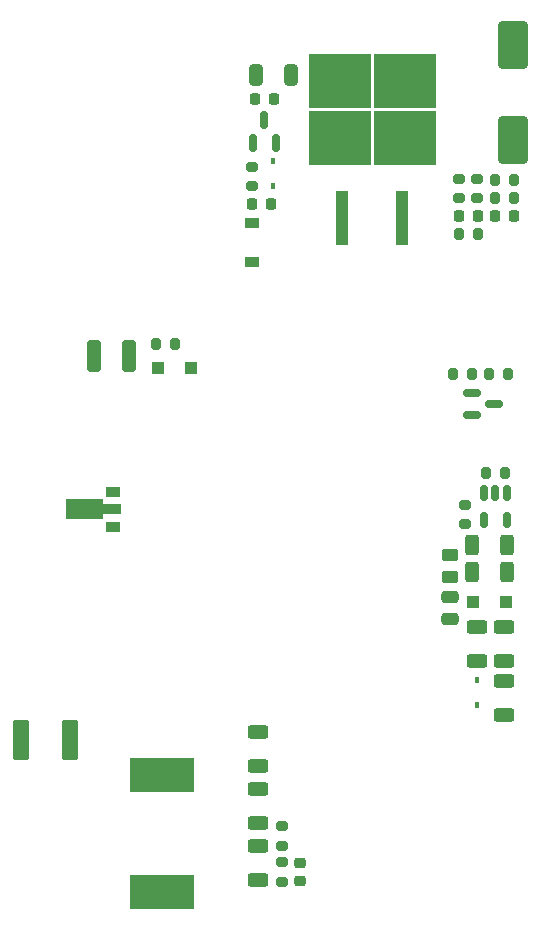
<source format=gbr>
%TF.GenerationSoftware,KiCad,Pcbnew,7.99.0-950-gc4668c1d3a-dirty*%
%TF.CreationDate,2023-06-21T04:13:59+08:00*%
%TF.ProjectId,LightningReed,4c696768-746e-4696-9e67-526565642e6b,rev?*%
%TF.SameCoordinates,Original*%
%TF.FileFunction,Paste,Top*%
%TF.FilePolarity,Positive*%
%FSLAX46Y46*%
G04 Gerber Fmt 4.6, Leading zero omitted, Abs format (unit mm)*
G04 Created by KiCad (PCBNEW 7.99.0-950-gc4668c1d3a-dirty) date 2023-06-21 04:13:59*
%MOMM*%
%LPD*%
G01*
G04 APERTURE LIST*
G04 Aperture macros list*
%AMRoundRect*
0 Rectangle with rounded corners*
0 $1 Rounding radius*
0 $2 $3 $4 $5 $6 $7 $8 $9 X,Y pos of 4 corners*
0 Add a 4 corners polygon primitive as box body*
4,1,4,$2,$3,$4,$5,$6,$7,$8,$9,$2,$3,0*
0 Add four circle primitives for the rounded corners*
1,1,$1+$1,$2,$3*
1,1,$1+$1,$4,$5*
1,1,$1+$1,$6,$7*
1,1,$1+$1,$8,$9*
0 Add four rect primitives between the rounded corners*
20,1,$1+$1,$2,$3,$4,$5,0*
20,1,$1+$1,$4,$5,$6,$7,0*
20,1,$1+$1,$6,$7,$8,$9,0*
20,1,$1+$1,$8,$9,$2,$3,0*%
%AMFreePoly0*
4,1,9,3.862500,-0.866500,0.737500,-0.866500,0.737500,-0.450000,-0.737500,-0.450000,-0.737500,0.450000,0.737500,0.450000,0.737500,0.866500,3.862500,0.866500,3.862500,-0.866500,3.862500,-0.866500,$1*%
G04 Aperture macros list end*
%ADD10R,1.100000X1.100000*%
%ADD11R,1.100000X4.600000*%
%ADD12R,5.250000X4.550000*%
%ADD13RoundRect,0.250000X1.000000X-1.750000X1.000000X1.750000X-1.000000X1.750000X-1.000000X-1.750000X0*%
%ADD14RoundRect,0.200000X0.275000X-0.200000X0.275000X0.200000X-0.275000X0.200000X-0.275000X-0.200000X0*%
%ADD15RoundRect,0.200000X-0.275000X0.200000X-0.275000X-0.200000X0.275000X-0.200000X0.275000X0.200000X0*%
%ADD16RoundRect,0.250000X-0.625000X0.312500X-0.625000X-0.312500X0.625000X-0.312500X0.625000X0.312500X0*%
%ADD17RoundRect,0.200000X-0.200000X-0.275000X0.200000X-0.275000X0.200000X0.275000X-0.200000X0.275000X0*%
%ADD18RoundRect,0.225000X-0.250000X0.225000X-0.250000X-0.225000X0.250000X-0.225000X0.250000X0.225000X0*%
%ADD19RoundRect,0.250000X-0.450000X0.262500X-0.450000X-0.262500X0.450000X-0.262500X0.450000X0.262500X0*%
%ADD20R,1.200000X0.900000*%
%ADD21RoundRect,0.250000X0.312500X0.625000X-0.312500X0.625000X-0.312500X-0.625000X0.312500X-0.625000X0*%
%ADD22RoundRect,0.150000X-0.150000X0.512500X-0.150000X-0.512500X0.150000X-0.512500X0.150000X0.512500X0*%
%ADD23RoundRect,0.250000X0.325000X0.650000X-0.325000X0.650000X-0.325000X-0.650000X0.325000X-0.650000X0*%
%ADD24R,5.400000X2.900000*%
%ADD25RoundRect,0.250000X0.625000X-0.312500X0.625000X0.312500X-0.625000X0.312500X-0.625000X-0.312500X0*%
%ADD26RoundRect,0.225000X-0.225000X-0.250000X0.225000X-0.250000X0.225000X0.250000X-0.225000X0.250000X0*%
%ADD27RoundRect,0.150000X-0.587500X-0.150000X0.587500X-0.150000X0.587500X0.150000X-0.587500X0.150000X0*%
%ADD28RoundRect,0.200000X0.200000X0.275000X-0.200000X0.275000X-0.200000X-0.275000X0.200000X-0.275000X0*%
%ADD29RoundRect,0.225000X0.225000X0.250000X-0.225000X0.250000X-0.225000X-0.250000X0.225000X-0.250000X0*%
%ADD30RoundRect,0.250000X-0.475000X0.250000X-0.475000X-0.250000X0.475000X-0.250000X0.475000X0.250000X0*%
%ADD31RoundRect,0.250000X-0.312500X-0.625000X0.312500X-0.625000X0.312500X0.625000X-0.312500X0.625000X0*%
%ADD32R,1.300000X0.900000*%
%ADD33FreePoly0,180.000000*%
%ADD34R,0.450000X0.600000*%
%ADD35RoundRect,0.249999X-0.450001X-1.450001X0.450001X-1.450001X0.450001X1.450001X-0.450001X1.450001X0*%
%ADD36RoundRect,0.150000X0.150000X-0.587500X0.150000X0.587500X-0.150000X0.587500X-0.150000X-0.587500X0*%
%ADD37RoundRect,0.250000X-0.325000X-1.100000X0.325000X-1.100000X0.325000X1.100000X-0.325000X1.100000X0*%
G04 APERTURE END LIST*
D10*
%TO.C,D5*%
X145920000Y-123190000D03*
X148720000Y-123190000D03*
%TD*%
D11*
%TO.C,Q12*%
X139954000Y-90635000D03*
X134874000Y-90635000D03*
D12*
X140189000Y-79060000D03*
X134639000Y-79060000D03*
X140189000Y-83910000D03*
X134639000Y-83910000D03*
%TD*%
D13*
%TO.C,C43*%
X149352000Y-76034000D03*
X149352000Y-84034000D03*
%TD*%
D14*
%TO.C,R55*%
X146304000Y-87337000D03*
X146304000Y-88987000D03*
%TD*%
D15*
%TO.C,R16*%
X145288000Y-114936000D03*
X145288000Y-116586000D03*
%TD*%
D16*
%TO.C,R23*%
X146304000Y-125283500D03*
X146304000Y-128208500D03*
%TD*%
D17*
%TO.C,R53*%
X147257000Y-103886000D03*
X148907000Y-103886000D03*
%TD*%
D18*
%TO.C,C9*%
X131318000Y-145275000D03*
X131318000Y-146825000D03*
%TD*%
D19*
%TO.C,R25*%
X144018000Y-119229500D03*
X144018000Y-121054500D03*
%TD*%
D20*
%TO.C,D15*%
X127254000Y-94384000D03*
X127254000Y-91084000D03*
%TD*%
D21*
%TO.C,R24*%
X148782500Y-120650000D03*
X145857500Y-120650000D03*
%TD*%
D22*
%TO.C,U3*%
X148778000Y-113924500D03*
X147828000Y-113924500D03*
X146878000Y-113924500D03*
X146878000Y-116199500D03*
X148778000Y-116199500D03*
%TD*%
D14*
%TO.C,R56*%
X144780000Y-87337000D03*
X144780000Y-88987000D03*
%TD*%
D23*
%TO.C,C42*%
X127557000Y-78510000D03*
X130507000Y-78510000D03*
%TD*%
D24*
%TO.C,L4*%
X119634000Y-137798000D03*
X119634000Y-147698000D03*
%TD*%
D25*
%TO.C,R22*%
X148590000Y-128208500D03*
X148590000Y-125283500D03*
%TD*%
D15*
%TO.C,R63*%
X127254000Y-87971000D03*
X127254000Y-86321000D03*
%TD*%
D26*
%TO.C,C37*%
X149378000Y-90448000D03*
X147828000Y-90448000D03*
%TD*%
D17*
%TO.C,R54*%
X149415000Y-87400000D03*
X147765000Y-87400000D03*
%TD*%
D27*
%TO.C,Q11*%
X145874500Y-105476000D03*
X145874500Y-107376000D03*
X147749500Y-106426000D03*
%TD*%
D28*
%TO.C,R18*%
X148653000Y-112268000D03*
X147003000Y-112268000D03*
%TD*%
%TO.C,R58*%
X147765000Y-88924000D03*
X149415000Y-88924000D03*
%TD*%
D29*
%TO.C,C46*%
X127495000Y-80542000D03*
X129045000Y-80542000D03*
%TD*%
D17*
%TO.C,R52*%
X144209000Y-103886000D03*
X145859000Y-103886000D03*
%TD*%
D30*
%TO.C,C16*%
X144018000Y-122748000D03*
X144018000Y-124648000D03*
%TD*%
D31*
%TO.C,R20*%
X145857500Y-118364000D03*
X148782500Y-118364000D03*
%TD*%
D32*
%TO.C,U6*%
X115442000Y-116816000D03*
D33*
X115354500Y-115316000D03*
D32*
X115442000Y-113816000D03*
%TD*%
D29*
%TO.C,C35*%
X144767000Y-90448000D03*
X146317000Y-90448000D03*
%TD*%
D34*
%TO.C,D16*%
X129032000Y-87942000D03*
X129032000Y-85842000D03*
%TD*%
D25*
%TO.C,R10*%
X127762000Y-137098500D03*
X127762000Y-134173500D03*
%TD*%
D34*
%TO.C,D4*%
X146304000Y-131860000D03*
X146304000Y-129760000D03*
%TD*%
D25*
%TO.C,R12*%
X127762000Y-146750500D03*
X127762000Y-143825500D03*
%TD*%
D35*
%TO.C,C3*%
X107678000Y-134874000D03*
X111778000Y-134874000D03*
%TD*%
D15*
%TO.C,R13*%
X129794000Y-145225000D03*
X129794000Y-146875000D03*
%TD*%
D28*
%TO.C,R57*%
X144717000Y-91972000D03*
X146367000Y-91972000D03*
%TD*%
D29*
%TO.C,C44*%
X127241000Y-89432000D03*
X128791000Y-89432000D03*
%TD*%
D10*
%TO.C,D7*%
X119250000Y-103378000D03*
X122050000Y-103378000D03*
%TD*%
D25*
%TO.C,R21*%
X148590000Y-132780500D03*
X148590000Y-129855500D03*
%TD*%
D17*
%TO.C,R35*%
X119063000Y-101346000D03*
X120713000Y-101346000D03*
%TD*%
D36*
%TO.C,Q13*%
X128270000Y-82398500D03*
X129220000Y-84273500D03*
X127320000Y-84273500D03*
%TD*%
D25*
%TO.C,R11*%
X127762000Y-141924500D03*
X127762000Y-138999500D03*
%TD*%
D37*
%TO.C,C29*%
X113841000Y-102362000D03*
X116791000Y-102362000D03*
%TD*%
D15*
%TO.C,R14*%
X129794000Y-142177000D03*
X129794000Y-143827000D03*
%TD*%
M02*

</source>
